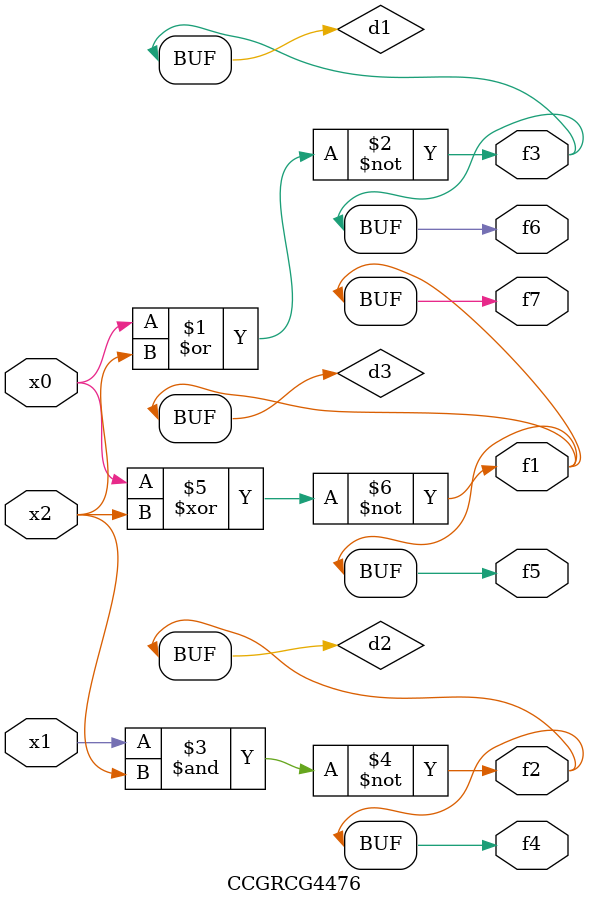
<source format=v>
module CCGRCG4476(
	input x0, x1, x2,
	output f1, f2, f3, f4, f5, f6, f7
);

	wire d1, d2, d3;

	nor (d1, x0, x2);
	nand (d2, x1, x2);
	xnor (d3, x0, x2);
	assign f1 = d3;
	assign f2 = d2;
	assign f3 = d1;
	assign f4 = d2;
	assign f5 = d3;
	assign f6 = d1;
	assign f7 = d3;
endmodule

</source>
